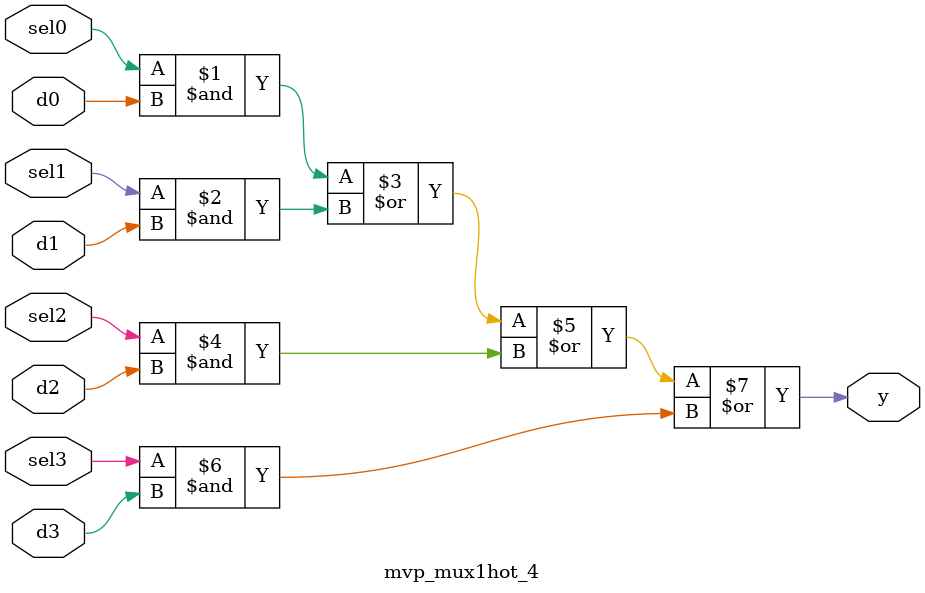
<source format=v>

`include "m14k_const.vh"
module mvp_mux1hot_4(
	y,
	sel0,
	d0,
	sel1,
	d1,
	sel2,
	d2,
	sel3,
	d3
);
// synopsys template
parameter WIDTH = 1;

output [WIDTH-1:0]	y;

input			sel0;
input			sel1;
input			sel2;
input			sel3;
input  [WIDTH-1:0]	d0;
input  [WIDTH-1:0]	d1;
input  [WIDTH-1:0]	d2;
input  [WIDTH-1:0]	d3;


 assign y = 
	{WIDTH{sel0}} & d0 |
	{WIDTH{sel1}} & d1 |
	{WIDTH{sel2}} & d2 |
	{WIDTH{sel3}} & d3 ;


endmodule

</source>
